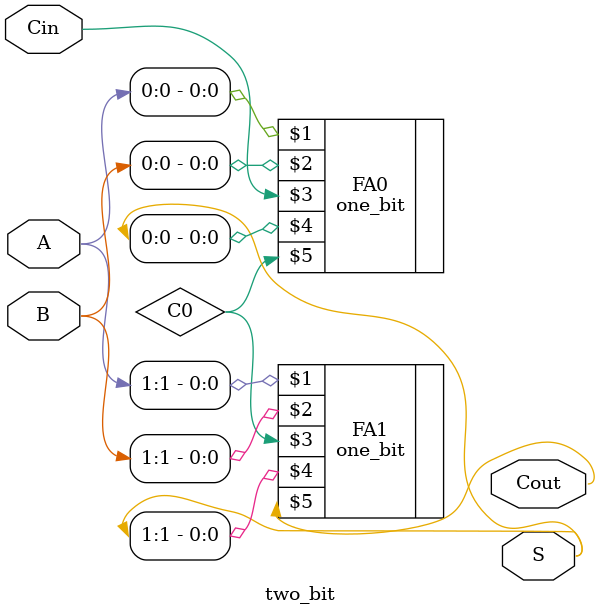
<source format=v>
`timescale 1ns / 1ps


module two_bit(
    input [1:0] A,
    input [1:0] B,
    input Cin,
    output [1:0] S,
    output Cout
    );

    wire C0;
    
    one_bit FA0 (A[0], B[0], Cin, S[0], C0);
    one_bit FA1 (A[1], B[1], C0, S[1], Cout);
endmodule

</source>
